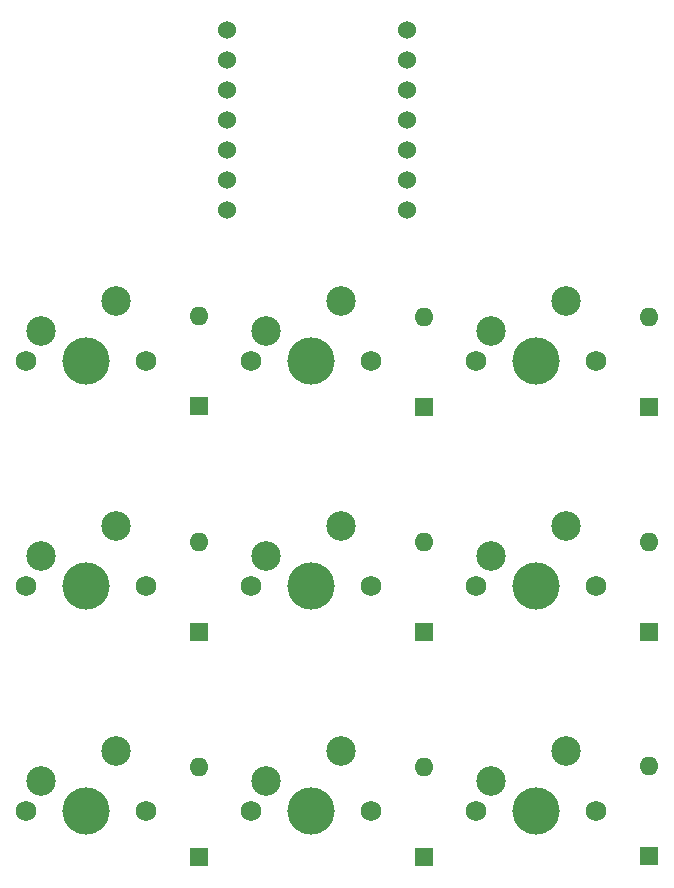
<source format=gbr>
%TF.GenerationSoftware,KiCad,Pcbnew,8.0.8*%
%TF.CreationDate,2025-02-11T16:16:57-05:00*%
%TF.ProjectId,FrutigerAeroNumPad,46727574-6967-4657-9241-65726f4e756d,rev?*%
%TF.SameCoordinates,Original*%
%TF.FileFunction,Soldermask,Top*%
%TF.FilePolarity,Negative*%
%FSLAX46Y46*%
G04 Gerber Fmt 4.6, Leading zero omitted, Abs format (unit mm)*
G04 Created by KiCad (PCBNEW 8.0.8) date 2025-02-11 16:16:57*
%MOMM*%
%LPD*%
G01*
G04 APERTURE LIST*
%ADD10C,1.750000*%
%ADD11C,4.000000*%
%ADD12C,2.500000*%
%ADD13R,1.600000X1.600000*%
%ADD14O,1.600000X1.600000*%
%ADD15C,1.524000*%
G04 APERTURE END LIST*
D10*
%TO.C,S8*%
X143510000Y-116998750D03*
D11*
X148590000Y-116998750D03*
D10*
X153670000Y-116998750D03*
D12*
X144780000Y-114458750D03*
X151130000Y-111918750D03*
%TD*%
D10*
%TO.C,S6*%
X162560000Y-97948750D03*
D11*
X167640000Y-97948750D03*
D10*
X172720000Y-97948750D03*
D12*
X163830000Y-95408750D03*
X170180000Y-92868750D03*
%TD*%
D10*
%TO.C,S3*%
X162560000Y-78898750D03*
D11*
X167640000Y-78898750D03*
D10*
X172720000Y-78898750D03*
D12*
X163830000Y-76358750D03*
X170180000Y-73818750D03*
%TD*%
D10*
%TO.C,S4*%
X124460000Y-97968750D03*
D11*
X129540000Y-97968750D03*
D10*
X134620000Y-97968750D03*
D12*
X125730000Y-95428750D03*
X132080000Y-92888750D03*
%TD*%
D10*
%TO.C,S1*%
X124460000Y-78898750D03*
D11*
X129540000Y-78898750D03*
D10*
X134620000Y-78898750D03*
D12*
X125730000Y-76358750D03*
X132080000Y-73818750D03*
%TD*%
D10*
%TO.C,S9*%
X162560000Y-116998750D03*
D11*
X167640000Y-116998750D03*
D10*
X172720000Y-116998750D03*
D12*
X163830000Y-114458750D03*
X170180000Y-111918750D03*
%TD*%
D10*
%TO.C,S7*%
X124460000Y-116998750D03*
D11*
X129540000Y-116998750D03*
D10*
X134620000Y-116998750D03*
D12*
X125730000Y-114458750D03*
X132080000Y-111918750D03*
%TD*%
D10*
%TO.C,S2*%
X143510000Y-78898750D03*
D11*
X148590000Y-78898750D03*
D10*
X153670000Y-78898750D03*
D12*
X144780000Y-76358750D03*
X151130000Y-73818750D03*
%TD*%
D10*
%TO.C,S5*%
X143510000Y-97948750D03*
D11*
X148590000Y-97948750D03*
D10*
X153670000Y-97948750D03*
D12*
X144780000Y-95408750D03*
X151130000Y-92868750D03*
%TD*%
D13*
%TO.C,D6*%
X177165000Y-101856250D03*
D14*
X177165000Y-94236250D03*
%TD*%
D13*
%TO.C,D8*%
X158115000Y-120906250D03*
D14*
X158115000Y-113286250D03*
%TD*%
D13*
%TO.C,D3*%
X177165000Y-82806250D03*
D14*
X177165000Y-75186250D03*
%TD*%
D13*
%TO.C,D2*%
X158115000Y-82806250D03*
D14*
X158115000Y-75186250D03*
%TD*%
D15*
%TO.C,U1*%
X156686250Y-50872500D03*
X156686250Y-53412500D03*
X156686250Y-55952500D03*
X156686250Y-58492500D03*
X156686250Y-61032500D03*
X156686250Y-63572500D03*
X156686250Y-66112500D03*
X141446250Y-66112500D03*
X141446250Y-63572500D03*
X141446250Y-61032500D03*
X141446250Y-58492500D03*
X141446250Y-55952500D03*
X141446250Y-53412500D03*
X141446250Y-50872500D03*
%TD*%
D13*
%TO.C,D7*%
X139065000Y-120906250D03*
D14*
X139065000Y-113286250D03*
%TD*%
D13*
%TO.C,D5*%
X158115000Y-101856250D03*
D14*
X158115000Y-94236250D03*
%TD*%
D13*
%TO.C,D9*%
X177165000Y-120808750D03*
D14*
X177165000Y-113188750D03*
%TD*%
D13*
%TO.C,D4*%
X139065000Y-101856250D03*
D14*
X139065000Y-94236250D03*
%TD*%
D13*
%TO.C,D1*%
X139065000Y-82708750D03*
D14*
X139065000Y-75088750D03*
%TD*%
M02*

</source>
